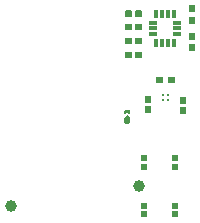
<source format=gtp>
G04 Layer: TopPasteMaskLayer*
G04 EasyEDA Pro v2.2.40.8, 2025-10-17 17:16:52*
G04 Gerber Generator version 0.3*
G04 Scale: 100 percent, Rotated: No, Reflected: No*
G04 Dimensions in millimeters*
G04 Leading zeros omitted, absolute positions, 4 integers and 5 decimals*
G04 Generated by one-click*
%FSLAX45Y45*%
%MOMM*%
%AMRoundRect*1,1,$1,$2,$3*1,1,$1,$4,$5*1,1,$1,0-$2,0-$3*1,1,$1,0-$4,0-$5*20,1,$1,$2,$3,$4,$5,0*20,1,$1,$4,$5,0-$2,0-$3,0*20,1,$1,0-$2,0-$3,0-$4,0-$5,0*20,1,$1,0-$4,0-$5,$2,$3,0*4,1,4,$2,$3,$4,$5,0-$2,0-$3,0-$4,0-$5,$2,$3,0*%
%ADD10C,1.0*%
%ADD11R,0.55001X0.55001*%
%ADD12C,0.2*%
%ADD13RoundRect,0.056X-0.112X-0.3095X-0.112X0.3095*%
%ADD14RoundRect,0.056X-0.3095X-0.112X-0.3095X0.112*%
%ADD15C,0.0351*%
G75*


G04 PolygonModel Start*
G36*
G01X2387616Y2202105D02*
G01X2432617Y2202105D01*
G01X2437616Y2195107D01*
G01X2437616Y2147106D01*
G01X2432617Y2142105D01*
G01X2387616Y2142105D01*
G01X2382617Y2147106D01*
G01X2382617Y2195107D01*
G01X2387616Y2202105D01*
G37*
G36*
G01X2387616Y2298107D02*
G01X2432617Y2298107D01*
G01X2437616Y2293105D01*
G01X2437616Y2245107D01*
G01X2432617Y2238107D01*
G01X2387616Y2238107D01*
G01X2382617Y2245107D01*
G01X2382617Y2293105D01*
G01X2387616Y2298107D01*
G37*
G36*
G01X2432619Y2473123D02*
G01X2387618Y2473123D01*
G01X2382620Y2480121D01*
G01X2382620Y2528122D01*
G01X2387618Y2533123D01*
G01X2432619Y2533123D01*
G01X2437618Y2528122D01*
G01X2437618Y2480121D01*
G01X2432619Y2473123D01*
G37*
G36*
G01X2432619Y2377121D02*
G01X2387618Y2377121D01*
G01X2382620Y2382123D01*
G01X2382620Y2430121D01*
G01X2387618Y2437121D01*
G01X2432619Y2437121D01*
G01X2437618Y2430121D01*
G01X2437618Y2382123D01*
G01X2432619Y2377121D01*
G37*
G36*
G01X2167103Y1922595D02*
G01X2167103Y1877593D01*
G01X2160105Y1872595D01*
G01X2112104Y1872595D01*
G01X2107103Y1877593D01*
G01X2107103Y1922595D01*
G01X2112104Y1927593D01*
G01X2160105Y1927593D01*
G01X2167103Y1922595D01*
G37*
G36*
G01X2263105Y1922595D02*
G01X2263105Y1877593D01*
G01X2258104Y1872595D01*
G01X2210105Y1872595D01*
G01X2203105Y1877593D01*
G01X2203105Y1922595D01*
G01X2210105Y1927593D01*
G01X2258104Y1927593D01*
G01X2263105Y1922595D01*
G37*
G36*
G01X2014600Y1676582D02*
G01X2060599Y1676582D01*
G01X2064600Y1672582D01*
G01X2064600Y1622518D01*
G01X2060599Y1618518D01*
G01X2014600Y1618518D01*
G01X2010599Y1622518D01*
G01X2010599Y1672582D01*
G01X2014600Y1676582D01*
G37*
G36*
G01X2014600Y1703583D02*
G01X2060599Y1703583D01*
G01X2064600Y1707583D01*
G01X2064600Y1757646D01*
G01X2060599Y1761647D01*
G01X2014600Y1761647D01*
G01X2010599Y1757646D01*
G01X2010599Y1707583D01*
G01X2014600Y1703583D01*
G37*
G36*
G01X2312114Y1674082D02*
G01X2358114Y1674082D01*
G01X2362114Y1670082D01*
G01X2362114Y1620018D01*
G01X2358114Y1616018D01*
G01X2312114Y1616018D01*
G01X2308114Y1620018D01*
G01X2308114Y1670082D01*
G01X2312114Y1674082D01*
G37*
G36*
G01X2312114Y1701082D02*
G01X2358114Y1701082D01*
G01X2362114Y1705083D01*
G01X2362114Y1755146D01*
G01X2358114Y1759147D01*
G01X2312114Y1759147D01*
G01X2308114Y1755146D01*
G01X2308114Y1705083D01*
G01X2312114Y1701082D01*
G37*
G36*
G01X1901593Y2135603D02*
G01X1901593Y2089603D01*
G01X1897593Y2085603D01*
G01X1847529Y2085603D01*
G01X1843529Y2089603D01*
G01X1843529Y2135603D01*
G01X1847529Y2139603D01*
G01X1897593Y2139603D01*
G01X1901593Y2135603D01*
G37*
G36*
G01X1928594Y2135603D02*
G01X1928594Y2089603D01*
G01X1932594Y2085603D01*
G01X1982657Y2085603D01*
G01X1986658Y2089603D01*
G01X1986658Y2135603D01*
G01X1982657Y2139603D01*
G01X1932594Y2139603D01*
G01X1928594Y2135603D01*
G37*
G36*
G01X1901593Y2253109D02*
G01X1901593Y2207109D01*
G01X1897593Y2203109D01*
G01X1847529Y2203109D01*
G01X1843529Y2207109D01*
G01X1843529Y2253109D01*
G01X1847529Y2257109D01*
G01X1897593Y2257109D01*
G01X1901593Y2253109D01*
G37*
G36*
G01X1928594Y2253109D02*
G01X1928594Y2207109D01*
G01X1932594Y2203109D01*
G01X1982657Y2203109D01*
G01X1986658Y2207109D01*
G01X1986658Y2253109D01*
G01X1982657Y2257109D01*
G01X1932594Y2257109D01*
G01X1928594Y2253109D01*
G37*
G36*
G01X1901593Y2370614D02*
G01X1901593Y2324615D01*
G01X1897593Y2320614D01*
G01X1847529Y2320614D01*
G01X1843529Y2324615D01*
G01X1843529Y2370614D01*
G01X1847529Y2374615D01*
G01X1897593Y2374615D01*
G01X1901593Y2370614D01*
G37*
G36*
G01X1928594Y2370614D02*
G01X1928594Y2324615D01*
G01X1932594Y2320614D01*
G01X1982657Y2320614D01*
G01X1986658Y2324615D01*
G01X1986658Y2370614D01*
G01X1982657Y2374615D01*
G01X1932594Y2374615D01*
G01X1928594Y2370614D01*
G37*
G36*
G01X1901593Y2488120D02*
G01X1901593Y2442121D01*
G01X1897593Y2438120D01*
G01X1847529Y2438120D01*
G01X1843529Y2442121D01*
G01X1843529Y2488120D01*
G01X1847529Y2492120D01*
G01X1897593Y2492120D01*
G01X1901593Y2488120D01*
G37*
G36*
G01X1928594Y2488120D02*
G01X1928594Y2442121D01*
G01X1932594Y2438120D01*
G01X1982657Y2438120D01*
G01X1986658Y2442121D01*
G01X1986658Y2488120D01*
G01X1982657Y2492120D01*
G01X1932594Y2492120D01*
G01X1928594Y2488120D01*
G37*

G04 Pad Start*
G54D10*
G01X875043Y830041D03*
G01X1960100Y1002500D03*
G36*
G01X1836553Y1540079D02*
G01X1836553Y1578008D01*
G02X1838017Y1581543I5000J0D01*
G01X1858017Y1601543D01*
G02X1865088Y1601543I3536J-3535D01*
G01X1885088Y1581542D01*
G02X1886553Y1578006I-3536J-3536D01*
G01X1886553Y1540079D01*
G02X1876553Y1530079I-10000J0D01*
G01X1846553Y1530079D01*
G02X1836553Y1540079I0J10000D01*
G37*
G36*
G01X1846553Y1650079D02*
G01X1876553Y1650079D01*
G02X1886553Y1640079I0J-10000D01*
G01X1886553Y1612150D01*
G02X1878017Y1608615I-5000J0D01*
G01X1865088Y1621543D01*
G03X1858017Y1621543I-3536J-3536D01*
G01X1845089Y1608615D01*
G02X1836553Y1612150I-3535J3536D01*
G01X1836553Y1640079D01*
G02X1846553Y1650079I10000J0D01*
G37*
G54D11*
G01X2002501Y1237503D03*
G01X2267499Y1237503D03*
G01X2002501Y1162497D03*
G01X2267499Y1162497D03*
G01X2002501Y837503D03*
G01X2267499Y837503D03*
G01X2002501Y762497D03*
G01X2267499Y762497D03*
G54D12*
G01X2165104Y1732596D03*
G01X2165104Y1772575D03*
G01X2205109Y1732596D03*
G01X2205109Y1772575D03*
G54D13*
G01X2108927Y2211253D03*
G01X2158940Y2211253D03*
G01X2208927Y2211253D03*
G01X2258939Y2211253D03*
G54D14*
G01X2285178Y2287453D03*
G01X2285178Y2337440D03*
G01X2285178Y2387453D03*
G54D13*
G01X2258939Y2463653D03*
G01X2208927Y2463653D03*
G01X2158940Y2463653D03*
G01X2108927Y2463653D03*
G54D14*
G01X2082689Y2387453D03*
G01X2082689Y2337440D03*
G01X2082689Y2287453D03*
G04 Pad End*

M02*


</source>
